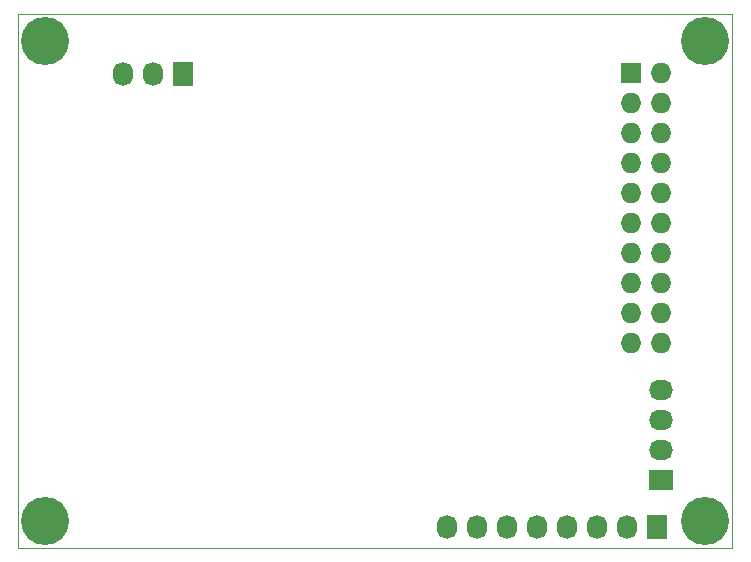
<source format=gbr>
G04 #@! TF.FileFunction,Soldermask,Bot*
%FSLAX46Y46*%
G04 Gerber Fmt 4.6, Leading zero omitted, Abs format (unit mm)*
G04 Created by KiCad (PCBNEW (2015-01-17 BZR 5377)-product) date Fri 28 Aug 2015 03:12:13 PM ART*
%MOMM*%
G01*
G04 APERTURE LIST*
%ADD10C,0.100000*%
%ADD11R,1.727200X2.032000*%
%ADD12O,1.727200X2.032000*%
%ADD13R,2.032000X1.727200*%
%ADD14O,2.032000X1.727200*%
%ADD15R,1.727200X1.727200*%
%ADD16O,1.727200X1.727200*%
%ADD17C,4.064000*%
G04 APERTURE END LIST*
D10*
X137414000Y-78486000D02*
X136906000Y-78486000D01*
X137414000Y-123698000D02*
X137414000Y-78486000D01*
X136906000Y-123698000D02*
X137414000Y-123698000D01*
X76962000Y-78486000D02*
X76962000Y-81534000D01*
X136906000Y-78486000D02*
X76962000Y-78486000D01*
X133350000Y-123698000D02*
X136906000Y-123698000D01*
X76962000Y-81534000D02*
X76962000Y-112014000D01*
X76962000Y-123698000D02*
X133350000Y-123698000D01*
X76962000Y-112014000D02*
X76962000Y-123698000D01*
D11*
X131064000Y-121920000D03*
D12*
X128524000Y-121920000D03*
X125984000Y-121920000D03*
X123444000Y-121920000D03*
X120904000Y-121920000D03*
X118364000Y-121920000D03*
X115824000Y-121920000D03*
X113284000Y-121920000D03*
D13*
X131381500Y-117919500D03*
D14*
X131381500Y-115379500D03*
X131381500Y-112839500D03*
X131381500Y-110299500D03*
D15*
X128841500Y-83502500D03*
D16*
X131381500Y-83502500D03*
X128841500Y-86042500D03*
X131381500Y-86042500D03*
X128841500Y-88582500D03*
X131381500Y-88582500D03*
X128841500Y-91122500D03*
X131381500Y-91122500D03*
X128841500Y-93662500D03*
X131381500Y-93662500D03*
X128841500Y-96202500D03*
X131381500Y-96202500D03*
X128841500Y-98742500D03*
X131381500Y-98742500D03*
X128841500Y-101282500D03*
X131381500Y-101282500D03*
X128841500Y-103822500D03*
X131381500Y-103822500D03*
X128841500Y-106362500D03*
X131381500Y-106362500D03*
D11*
X90932000Y-83566000D03*
D12*
X88392000Y-83566000D03*
X85852000Y-83566000D03*
D17*
X79248000Y-121412000D03*
X135128000Y-80772000D03*
X79248000Y-80772000D03*
X135128000Y-121412000D03*
M02*

</source>
